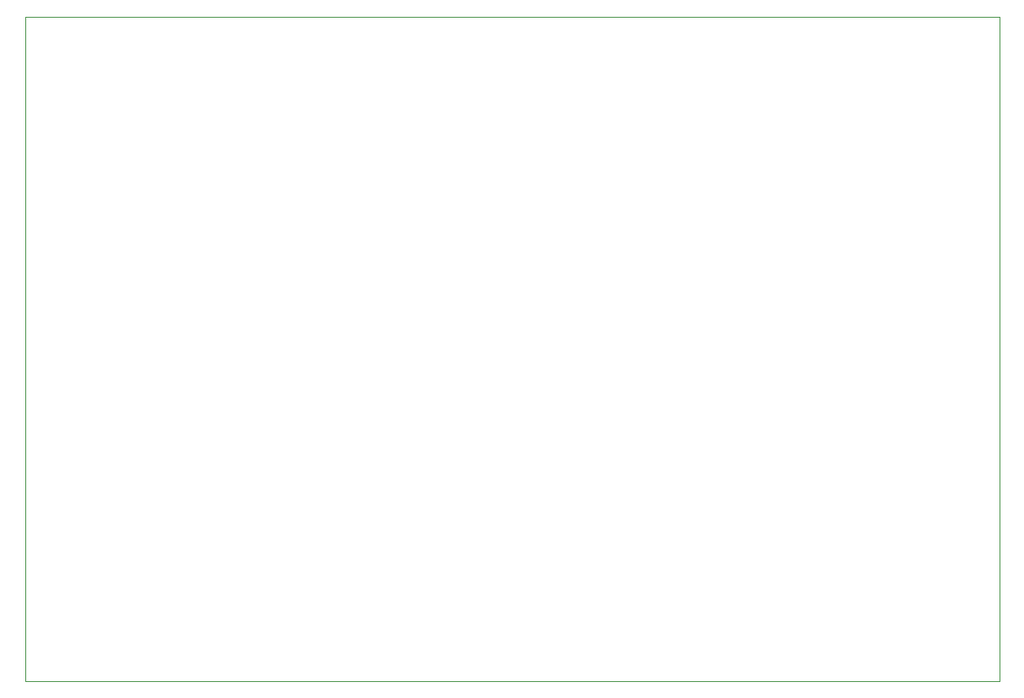
<source format=gbr>
%TF.GenerationSoftware,KiCad,Pcbnew,(6.0.9)*%
%TF.CreationDate,2022-12-08T20:01:15+01:00*%
%TF.ProjectId,floor-heating-controller-s2,666c6f6f-722d-4686-9561-74696e672d63,1*%
%TF.SameCoordinates,Original*%
%TF.FileFunction,Profile,NP*%
%FSLAX46Y46*%
G04 Gerber Fmt 4.6, Leading zero omitted, Abs format (unit mm)*
G04 Created by KiCad (PCBNEW (6.0.9)) date 2022-12-08 20:01:15*
%MOMM*%
%LPD*%
G01*
G04 APERTURE LIST*
%TA.AperFunction,Profile*%
%ADD10C,0.100000*%
%TD*%
G04 APERTURE END LIST*
D10*
X146685000Y-156845000D02*
X146685000Y-90170000D01*
X146685000Y-90170000D02*
X48895000Y-90170000D01*
X48895000Y-156845000D02*
X146685000Y-156845000D01*
X48895000Y-90170000D02*
X48895000Y-156845000D01*
M02*

</source>
